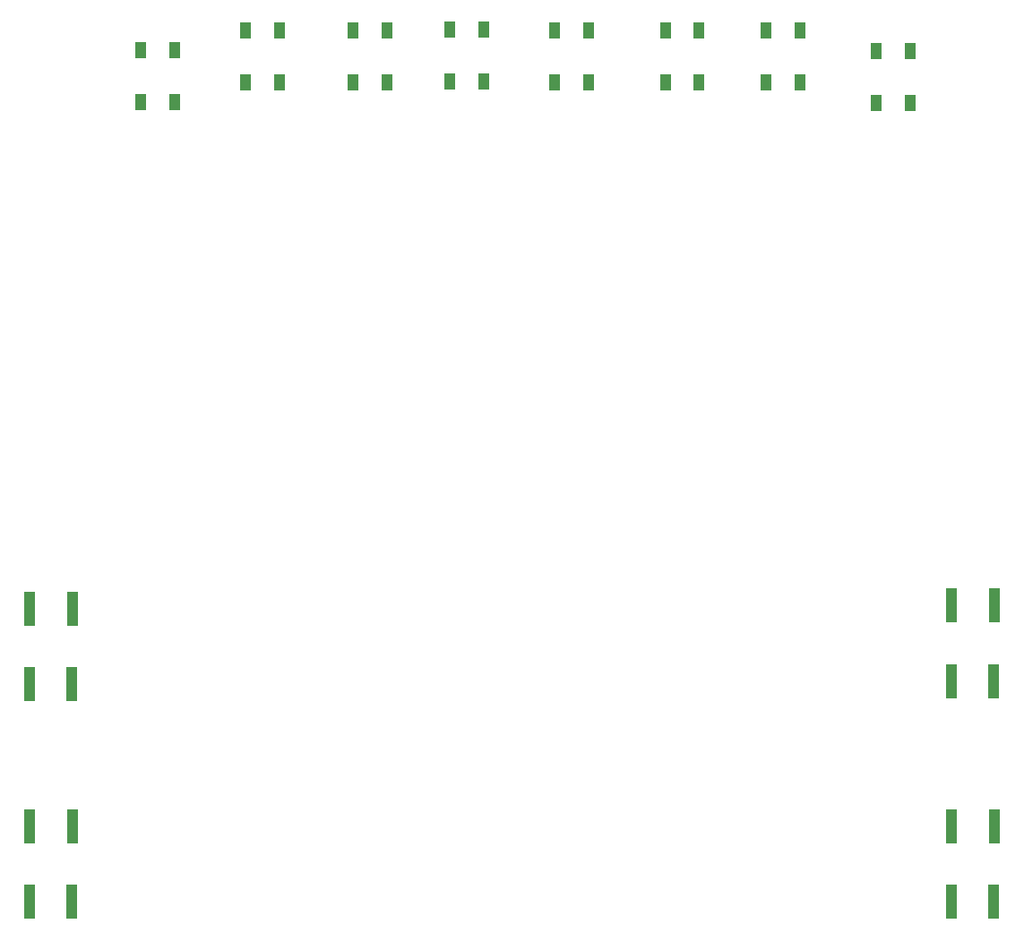
<source format=gbr>
%TF.GenerationSoftware,KiCad,Pcbnew,(5.1.5)-3*%
%TF.CreationDate,2020-05-13T22:14:54+03:00*%
%TF.ProjectId,dash-board,64617368-2d62-46f6-9172-642e6b696361,rev?*%
%TF.SameCoordinates,Original*%
%TF.FileFunction,Paste,Top*%
%TF.FilePolarity,Positive*%
%FSLAX46Y46*%
G04 Gerber Fmt 4.6, Leading zero omitted, Abs format (unit mm)*
G04 Created by KiCad (PCBNEW (5.1.5)-3) date 2020-05-13 22:14:54*
%MOMM*%
%LPD*%
G04 APERTURE LIST*
%ADD10R,1.000000X1.500000*%
%ADD11R,1.000000X3.200000*%
G04 APERTURE END LIST*
D10*
X103175000Y-58965000D03*
X106375000Y-58965000D03*
X103175000Y-54065000D03*
X106375000Y-54065000D03*
D11*
X140716000Y-115570000D03*
X140716000Y-108430000D03*
X144766000Y-108420000D03*
X144716000Y-115570000D03*
X140716000Y-136420000D03*
X140716000Y-129280000D03*
X144766000Y-129270000D03*
X144716000Y-136420000D03*
X53594000Y-136420000D03*
X53594000Y-129280000D03*
X57644000Y-129270000D03*
X57594000Y-136420000D03*
X53594000Y-115846000D03*
X53594000Y-108706000D03*
X57644000Y-108696000D03*
X57594000Y-115846000D03*
D10*
X64110000Y-60780000D03*
X67310000Y-60780000D03*
X64110000Y-55880000D03*
X67310000Y-55880000D03*
X73965000Y-58965000D03*
X77165000Y-58965000D03*
X73965000Y-54065000D03*
X77165000Y-54065000D03*
X84125000Y-58965000D03*
X87325000Y-58965000D03*
X84125000Y-54065000D03*
X87325000Y-54065000D03*
X93320000Y-58875000D03*
X96520000Y-58875000D03*
X93320000Y-53975000D03*
X96520000Y-53975000D03*
X113665000Y-58965000D03*
X116865000Y-58965000D03*
X113665000Y-54065000D03*
X116865000Y-54065000D03*
X123204000Y-58952500D03*
X126404000Y-58952500D03*
X123204000Y-54052500D03*
X126404000Y-54052500D03*
X133584080Y-60878720D03*
X136784080Y-60878720D03*
X133584080Y-55978720D03*
X136784080Y-55978720D03*
M02*

</source>
